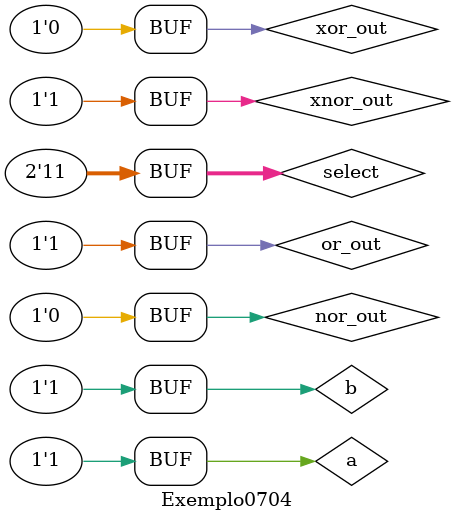
<source format=v>
/*
* Aluno: Henrique Augusto Rodrigues
* Matricula: 675263
* Arquitetura 1 - Tarde
* Guia_07  Exemplo 0704.
*/
module mux (output out_s, input in_0, in_1, select);

//wires
wire not_select;
wire on_0, on_1;


//portas
not NOT1 (not_select, select);
and AND1 (on_0, in_0, not_select);
and AND2 (on_1, in_1, select);

or OR1 (out_s, on_1, on_0);

endmodule

module mux4x1 (output out_s, input in_00, in_01, in_10, in_11, s_group, select);
//wires
wire out_mux1, out_mux2;

mux MUX1 (out_mux1, in_00, in_01, select);
mux MUX2 (out_mux2, in_10, in_11, select);
mux MUX3 (out_s, out_mux1, out_mux2, s_group);

endmodule

module Exemplo0704;

//definicoes

reg a, b;
reg[1:0] select;
wire or_out, nor_out, xor_out, xnor_or, s;

or   OR1 (or_out, a, b);
nor  NOR1 (nor_out, a, b);
xor  XOR1 (xor_out, a, b);
xnor XNOR1 (xnor_out, a, b);

mux4x1 MUX (s, or_out, nor_out, xor_out, xnor_out, select[1], select[0]);


initial
begin: main
$display("Exemplo_0704");
$display("675263 - Henrique Augusto Rodrigues");
$display(" a  b   select    S");

a=1'b0; b=1'b0; select=0;

//monitor
#1 $monitor(" %b  %b     %b      %b ", a, b, select, s);

#1 a=1'b0; b=1'b1; select=0;
#1 a=1'b1; b=1'b0; select=0;
#1 a=1'b1; b=1'b1; select=0;

#1 a=1'b0; b=1'b0; select=1;$display("");
#1 a=1'b0; b=1'b1; select=1;
#1 a=1'b1; b=1'b0; select=1;
#1 a=1'b1; b=1'b1; select=1;

#1 a=1'b0; b=1'b0; select=2;$display("");
#1 a=1'b0; b=1'b1; select=2;
#1 a=1'b1; b=1'b0; select=2;
#1 a=1'b1; b=1'b1; select=2;


#1 a=1'b0; b=1'b0; select=3;$display("");
#1 a=1'b0; b=1'b1; select=3;
#1 a=1'b1; b=1'b0; select=3;
#1 a=1'b1; b=1'b1; select=3;


end
endmodule

</source>
